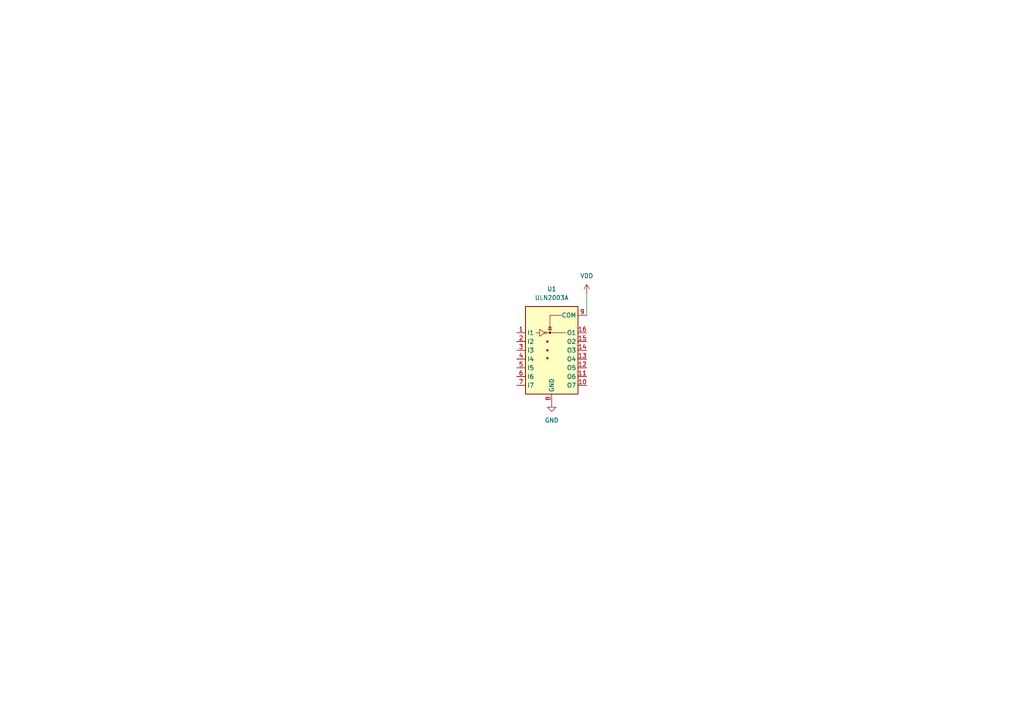
<source format=kicad_sch>
(kicad_sch (version 20231120) (generator "eeschema") (generator_version "8.0")
  (paper "A4")
  (lib_symbols
    (symbol "Transistor_Array:ULN2003A"
      (property "Reference" "U" (at 0 15.875 0))
      (property "Value" "ULN2003A" (at 0 13.97 0))
      (symbol "ULN2003A_0_1"
        (rectangle (start -7.62 -12.7) (end 7.62 12.7) (stroke (width 0.254)) (fill (type background)))
        (circle (center -1.778 5.08) (radius 0.254))
        (circle (center -1.27 -2.286) (radius 0.254) (fill (type outline)))
        (circle (center -1.27 0) (radius 0.254) (fill (type outline)))
        (circle (center -1.27 2.54) (radius 0.254) (fill (type outline)))
        (circle (center -0.508 5.08) (radius 0.254) (fill (type outline)))
        (polyline (pts (xy -4.572 5.08) (xy -3.556 5.08)))
        (polyline (pts (xy -1.524 5.08) (xy 4.064 5.08)))
        (polyline (pts (xy 0 6.731) (xy -1.016 6.731)))
        (polyline (pts (xy -0.508 5.08) (xy -0.508 10.16) (xy 2.921 10.16)))
        (polyline (pts (xy -3.556 6.096) (xy -3.556 4.064) (xy -2.032 5.08) (xy -3.556 6.096)))
        (polyline (pts (xy 0 5.969) (xy -1.016 5.969) (xy -0.508 6.731) (xy 0 5.969)))
      )
      (symbol "ULN2003A_1_1"
        (pin input line (at -10.16 5.08 0) (length 2.54) (name "I1") (number "1"))
        (pin open_collector line (at 10.16 -10.16 180) (length 2.54) (name "O7") (number "10"))
        (pin open_collector line (at 10.16 -7.62 180) (length 2.54) (name "O6") (number "11"))
        (pin open_collector line (at 10.16 -5.08 180) (length 2.54) (name "O5") (number "12"))
        (pin open_collector line (at 10.16 -2.54 180) (length 2.54) (name "O4") (number "13"))
        (pin open_collector line (at 10.16 0 180) (length 2.54) (name "O3") (number "14"))
        (pin open_collector line (at 10.16 2.54 180) (length 2.54) (name "O2") (number "15"))
        (pin open_collector line (at 10.16 5.08 180) (length 2.54) (name "O1") (number "16"))
        (pin input line (at -10.16 2.54 0) (length 2.54) (name "I2") (number "2"))
        (pin input line (at -10.16 0 0) (length 2.54) (name "I3") (number "3"))
        (pin input line (at -10.16 -2.54 0) (length 2.54) (name "I4") (number "4"))
        (pin input line (at -10.16 -5.08 0) (length 2.54) (name "I5") (number "5"))
        (pin input line (at -10.16 -7.62 0) (length 2.54) (name "I6") (number "6"))
        (pin input line (at -10.16 -10.16 0) (length 2.54) (name "I7") (number "7"))
        (pin power_in line (at 0 -15.24 90) (length 2.54) (name "GND") (number "8"))
        (pin passive line (at 10.16 10.16 180) (length 2.54) (name "COM") (number "9"))
      )
    )
    (symbol "power:GND" (power) (pin_numbers hide) (pin_names (offset 0) hide)
      (property "Value" "GND" (at 0 -3.81 0))
      (symbol "GND_0_1"
        (polyline (pts (xy 0 0) (xy 0 -1.27) (xy 1.27 -1.27) (xy 0 -2.54) (xy -1.27 -1.27) (xy 0 -1.27)))
      )
      (symbol "GND_1_1"
        (pin power_in line (at 0 0 270) (length 0) (name "~") (number "1"))
      )
    )
    (symbol "power:VDD" (power) (pin_numbers hide) (pin_names (offset 0) hide)
      (property "Value" "VDD" (at 0 3.556 0))
      (symbol "VDD_0_1"
        (polyline (pts (xy -0.762 1.27) (xy 0 2.54)))
        (polyline (pts (xy 0 0) (xy 0 2.54)))
        (polyline (pts (xy 0 2.54) (xy 0.762 1.27)))
      )
      (symbol "VDD_1_1"
        (pin power_in line (at 0 0 90) (length 0) (name "~") (number "1"))
      )
    )
  )
  (wire (pts (xy 170.18 85.09) (xy 170.18 91.44)))
  (symbol (lib_id "Transistor_Array:ULN2003A") (at 160.02 101.6 0) (unit 1)
    (property "Reference" "U1" (at 160.02 83.82 0))
    (property "Value" "ULN2003A" (at 160.02 86.36 0))
    (property "Footprint" "Package_SO:SOIC-16_3.9x9.9mm_P1.27mm" (effects (hide yes)))
    (property "Datasheet" "http://www.ti.com/lit/ds/symlink/uln2003a.pdf" (effects (hide yes)))
    (property "Description" "High Voltage, High Current Darlington Transistor Arrays, SOIC16/SOIC16W/DIP16/TSSOP16" (effects (hide yes)))
  )
  (symbol (lib_id "power:GND") (at 160.02 116.84 0) (unit 1)
    (property "Reference" "#PWR01" (effects (hide yes)))
    (property "Value" "GND" (at 160.02 121.92 0))
    (property "Description" "Power symbol creates a global label with name \"GND\" , ground" (effects (hide yes)))
  )
  (symbol (lib_id "power:VDD") (at 170.18 85.09 0) (unit 1)
    (property "Reference" "#PWR02" (effects (hide yes)))
    (property "Value" "VDD" (at 170.18 80.01 0))
    (property "Description" "Power symbol creates a global label with name \"VDD\"" (effects (hide yes)))
  )
)
</source>
